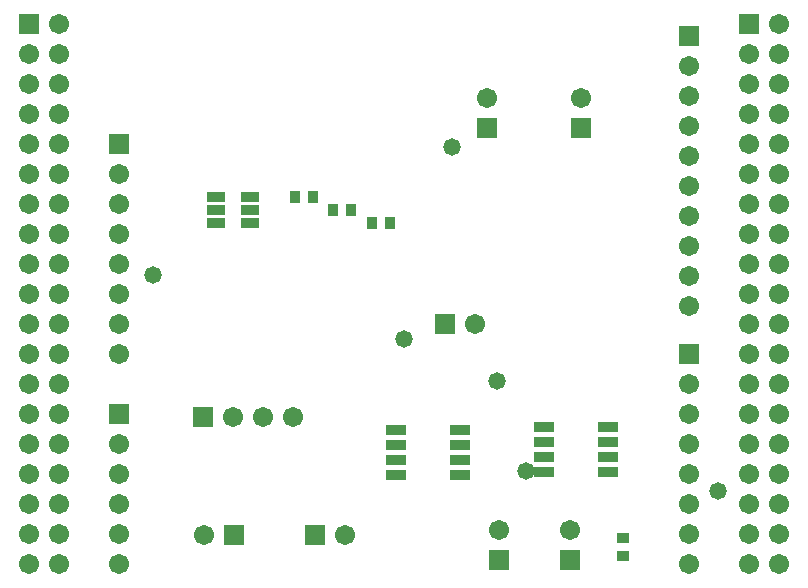
<source format=gts>
G04*
G04 #@! TF.GenerationSoftware,Altium Limited,Altium Designer,18.1.6 (161)*
G04*
G04 Layer_Color=8388736*
%FSLAX25Y25*%
%MOIN*%
G70*
G01*
G75*
%ADD18R,0.06804X0.03359*%
%ADD19R,0.04343X0.03556*%
%ADD20R,0.05918X0.03556*%
%ADD21R,0.03556X0.04343*%
%ADD22R,0.06706X0.06706*%
%ADD23C,0.06706*%
%ADD24R,0.06706X0.06706*%
%ADD25C,0.05800*%
D18*
X156347Y56713D02*
D03*
Y51713D02*
D03*
Y46713D02*
D03*
Y41713D02*
D03*
X134992D02*
D03*
Y46713D02*
D03*
Y51713D02*
D03*
Y56713D02*
D03*
X205559Y57500D02*
D03*
Y52500D02*
D03*
Y47500D02*
D03*
Y42500D02*
D03*
X184205D02*
D03*
Y47500D02*
D03*
Y52500D02*
D03*
Y57500D02*
D03*
D19*
X210630Y20669D02*
D03*
Y14764D02*
D03*
D20*
X74902Y125591D02*
D03*
Y129921D02*
D03*
Y134252D02*
D03*
X86516Y125591D02*
D03*
Y129921D02*
D03*
Y134252D02*
D03*
D21*
X101378D02*
D03*
X107283D02*
D03*
X114173Y129921D02*
D03*
X120079D02*
D03*
X126969Y125591D02*
D03*
X132874D02*
D03*
D22*
X151417Y91969D02*
D03*
X70551Y61024D02*
D03*
X80866Y21654D02*
D03*
X108110D02*
D03*
D23*
X161417Y91969D02*
D03*
X196850Y167244D02*
D03*
X165354Y167323D02*
D03*
X42795Y11969D02*
D03*
Y21969D02*
D03*
Y31969D02*
D03*
Y41969D02*
D03*
Y51969D02*
D03*
X232795Y11969D02*
D03*
Y21969D02*
D03*
Y31969D02*
D03*
Y41969D02*
D03*
Y51969D02*
D03*
Y61969D02*
D03*
Y71969D02*
D03*
Y177953D02*
D03*
Y157953D02*
D03*
Y147953D02*
D03*
Y137953D02*
D03*
Y127953D02*
D03*
Y117953D02*
D03*
Y107953D02*
D03*
Y97953D02*
D03*
Y167953D02*
D03*
X169291Y23319D02*
D03*
X192913D02*
D03*
X22795Y11969D02*
D03*
X12795D02*
D03*
X22795Y21969D02*
D03*
X12795D02*
D03*
X22795Y31969D02*
D03*
X12795D02*
D03*
X22795Y41969D02*
D03*
X12795D02*
D03*
X22795Y51969D02*
D03*
X12795D02*
D03*
X22795Y61969D02*
D03*
X12795D02*
D03*
X22795Y71969D02*
D03*
X12795D02*
D03*
X22795Y81969D02*
D03*
X12795D02*
D03*
X22795Y91969D02*
D03*
X12795D02*
D03*
X22795Y101969D02*
D03*
X12795D02*
D03*
X22795Y111969D02*
D03*
X12795D02*
D03*
X22795Y121969D02*
D03*
X12795D02*
D03*
X22795Y131969D02*
D03*
X12795D02*
D03*
X22795Y141969D02*
D03*
X12795D02*
D03*
X22795Y151969D02*
D03*
X12795D02*
D03*
X22795Y161969D02*
D03*
X12795D02*
D03*
X22795Y171969D02*
D03*
X12795D02*
D03*
X22795Y181969D02*
D03*
X12795D02*
D03*
X22795Y191969D02*
D03*
X42795Y141969D02*
D03*
Y131969D02*
D03*
Y121969D02*
D03*
Y111969D02*
D03*
Y101969D02*
D03*
Y91969D02*
D03*
Y81969D02*
D03*
X262795Y11969D02*
D03*
X252795D02*
D03*
X262795Y21969D02*
D03*
X252795D02*
D03*
X262795Y31969D02*
D03*
X252795D02*
D03*
X262795Y41969D02*
D03*
X252795D02*
D03*
X262795Y51969D02*
D03*
X252795D02*
D03*
X262795Y61969D02*
D03*
X252795D02*
D03*
X262795Y71969D02*
D03*
X252795D02*
D03*
X262795Y81969D02*
D03*
X252795D02*
D03*
X262795Y91969D02*
D03*
X252795D02*
D03*
X262795Y101969D02*
D03*
X252795D02*
D03*
X262795Y111969D02*
D03*
X252795D02*
D03*
X262795Y121969D02*
D03*
X252795D02*
D03*
X262795Y131969D02*
D03*
X252795D02*
D03*
X262795Y141969D02*
D03*
X252795D02*
D03*
X262795Y151969D02*
D03*
X252795D02*
D03*
X262795Y161969D02*
D03*
X252795D02*
D03*
X262795Y171969D02*
D03*
X252795D02*
D03*
X262795Y181969D02*
D03*
X252795D02*
D03*
X262795Y191969D02*
D03*
X100551Y61024D02*
D03*
X90551D02*
D03*
X80551D02*
D03*
X70866Y21654D02*
D03*
X118110D02*
D03*
D24*
X196850Y157244D02*
D03*
X165354Y157323D02*
D03*
X42795Y61969D02*
D03*
X232795Y81969D02*
D03*
Y187953D02*
D03*
X169291Y13319D02*
D03*
X192913D02*
D03*
X12795Y191969D02*
D03*
X42795Y151969D02*
D03*
X252795Y191969D02*
D03*
D25*
X242326Y36295D02*
D03*
X137795Y87016D02*
D03*
X153543Y150900D02*
D03*
X168760Y72835D02*
D03*
X54000Y108300D02*
D03*
X178400Y42800D02*
D03*
M02*

</source>
